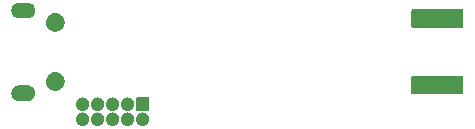
<source format=gbr>
%TF.GenerationSoftware,KiCad,Pcbnew,8.0.6*%
%TF.CreationDate,2024-12-29T16:51:47+05:30*%
%TF.ProjectId,STM32_RF,53544d33-325f-4524-962e-6b696361645f,rev?*%
%TF.SameCoordinates,Original*%
%TF.FileFunction,Soldermask,Bot*%
%TF.FilePolarity,Negative*%
%FSLAX46Y46*%
G04 Gerber Fmt 4.6, Leading zero omitted, Abs format (unit mm)*
G04 Created by KiCad (PCBNEW 8.0.6) date 2024-12-29 16:51:47*
%MOMM*%
%LPD*%
G01*
G04 APERTURE LIST*
G04 APERTURE END LIST*
G36*
X160854333Y-79134520D02*
G01*
X160888662Y-79134520D01*
X160928020Y-79144220D01*
X160967527Y-79149422D01*
X160994570Y-79160624D01*
X161021993Y-79167383D01*
X161063573Y-79189206D01*
X161105000Y-79206366D01*
X161123900Y-79220868D01*
X161143587Y-79231201D01*
X161183832Y-79266856D01*
X161223051Y-79296949D01*
X161234198Y-79311476D01*
X161246377Y-79322266D01*
X161281308Y-79372872D01*
X161313634Y-79415000D01*
X161318505Y-79426760D01*
X161324384Y-79435277D01*
X161349880Y-79502505D01*
X161370578Y-79552473D01*
X161371507Y-79559529D01*
X161373081Y-79563680D01*
X161385277Y-79664126D01*
X161390000Y-79700000D01*
X161385276Y-79735876D01*
X161373081Y-79836319D01*
X161371507Y-79840468D01*
X161370578Y-79847527D01*
X161349876Y-79897505D01*
X161324384Y-79964722D01*
X161318506Y-79973236D01*
X161313634Y-79985000D01*
X161281301Y-80027136D01*
X161246377Y-80077733D01*
X161234200Y-80088520D01*
X161223051Y-80103051D01*
X161183824Y-80133150D01*
X161143587Y-80168798D01*
X161123904Y-80179128D01*
X161105000Y-80193634D01*
X161063564Y-80210797D01*
X161021993Y-80232616D01*
X160994575Y-80239373D01*
X160967527Y-80250578D01*
X160928017Y-80255779D01*
X160888662Y-80265480D01*
X160854333Y-80265480D01*
X160820000Y-80270000D01*
X160785667Y-80265480D01*
X160751338Y-80265480D01*
X160711981Y-80255779D01*
X160672473Y-80250578D01*
X160645425Y-80239374D01*
X160618006Y-80232616D01*
X160576430Y-80210795D01*
X160535000Y-80193634D01*
X160516097Y-80179130D01*
X160496412Y-80168798D01*
X160456168Y-80133144D01*
X160416949Y-80103051D01*
X160405801Y-80088523D01*
X160393622Y-80077733D01*
X160358688Y-80027123D01*
X160326366Y-79985000D01*
X160321494Y-79973240D01*
X160315615Y-79964722D01*
X160290112Y-79897476D01*
X160269422Y-79847527D01*
X160268493Y-79840472D01*
X160266918Y-79836319D01*
X160254710Y-79735779D01*
X160250000Y-79700000D01*
X160254709Y-79664223D01*
X160266918Y-79563680D01*
X160268493Y-79559525D01*
X160269422Y-79552473D01*
X160290107Y-79502534D01*
X160315615Y-79435277D01*
X160321496Y-79426756D01*
X160326366Y-79415000D01*
X160358681Y-79372885D01*
X160393622Y-79322266D01*
X160405803Y-79311473D01*
X160416949Y-79296949D01*
X160456159Y-79266861D01*
X160496412Y-79231201D01*
X160516102Y-79220866D01*
X160535000Y-79206366D01*
X160576421Y-79189208D01*
X160618006Y-79167383D01*
X160645430Y-79160623D01*
X160672473Y-79149422D01*
X160711978Y-79144221D01*
X160751338Y-79134520D01*
X160785667Y-79134520D01*
X160820000Y-79130000D01*
X160854333Y-79134520D01*
G37*
G36*
X162124333Y-79134520D02*
G01*
X162158662Y-79134520D01*
X162198020Y-79144220D01*
X162237527Y-79149422D01*
X162264570Y-79160624D01*
X162291993Y-79167383D01*
X162333573Y-79189206D01*
X162375000Y-79206366D01*
X162393900Y-79220868D01*
X162413587Y-79231201D01*
X162453832Y-79266856D01*
X162493051Y-79296949D01*
X162504198Y-79311476D01*
X162516377Y-79322266D01*
X162551308Y-79372872D01*
X162583634Y-79415000D01*
X162588505Y-79426760D01*
X162594384Y-79435277D01*
X162619880Y-79502505D01*
X162640578Y-79552473D01*
X162641507Y-79559529D01*
X162643081Y-79563680D01*
X162655277Y-79664126D01*
X162660000Y-79700000D01*
X162655276Y-79735876D01*
X162643081Y-79836319D01*
X162641507Y-79840468D01*
X162640578Y-79847527D01*
X162619876Y-79897505D01*
X162594384Y-79964722D01*
X162588506Y-79973236D01*
X162583634Y-79985000D01*
X162551301Y-80027136D01*
X162516377Y-80077733D01*
X162504200Y-80088520D01*
X162493051Y-80103051D01*
X162453824Y-80133150D01*
X162413587Y-80168798D01*
X162393904Y-80179128D01*
X162375000Y-80193634D01*
X162333564Y-80210797D01*
X162291993Y-80232616D01*
X162264575Y-80239373D01*
X162237527Y-80250578D01*
X162198017Y-80255779D01*
X162158662Y-80265480D01*
X162124333Y-80265480D01*
X162090000Y-80270000D01*
X162055667Y-80265480D01*
X162021338Y-80265480D01*
X161981981Y-80255779D01*
X161942473Y-80250578D01*
X161915425Y-80239374D01*
X161888006Y-80232616D01*
X161846430Y-80210795D01*
X161805000Y-80193634D01*
X161786097Y-80179130D01*
X161766412Y-80168798D01*
X161726168Y-80133144D01*
X161686949Y-80103051D01*
X161675801Y-80088523D01*
X161663622Y-80077733D01*
X161628688Y-80027123D01*
X161596366Y-79985000D01*
X161591494Y-79973240D01*
X161585615Y-79964722D01*
X161560112Y-79897476D01*
X161539422Y-79847527D01*
X161538493Y-79840472D01*
X161536918Y-79836319D01*
X161524710Y-79735779D01*
X161520000Y-79700000D01*
X161524709Y-79664223D01*
X161536918Y-79563680D01*
X161538493Y-79559525D01*
X161539422Y-79552473D01*
X161560107Y-79502534D01*
X161585615Y-79435277D01*
X161591496Y-79426756D01*
X161596366Y-79415000D01*
X161628681Y-79372885D01*
X161663622Y-79322266D01*
X161675803Y-79311473D01*
X161686949Y-79296949D01*
X161726159Y-79266861D01*
X161766412Y-79231201D01*
X161786102Y-79220866D01*
X161805000Y-79206366D01*
X161846421Y-79189208D01*
X161888006Y-79167383D01*
X161915430Y-79160623D01*
X161942473Y-79149422D01*
X161981978Y-79144221D01*
X162021338Y-79134520D01*
X162055667Y-79134520D01*
X162090000Y-79130000D01*
X162124333Y-79134520D01*
G37*
G36*
X163394333Y-79134520D02*
G01*
X163428662Y-79134520D01*
X163468020Y-79144220D01*
X163507527Y-79149422D01*
X163534570Y-79160624D01*
X163561993Y-79167383D01*
X163603573Y-79189206D01*
X163645000Y-79206366D01*
X163663900Y-79220868D01*
X163683587Y-79231201D01*
X163723832Y-79266856D01*
X163763051Y-79296949D01*
X163774198Y-79311476D01*
X163786377Y-79322266D01*
X163821308Y-79372872D01*
X163853634Y-79415000D01*
X163858505Y-79426760D01*
X163864384Y-79435277D01*
X163889880Y-79502505D01*
X163910578Y-79552473D01*
X163911507Y-79559529D01*
X163913081Y-79563680D01*
X163925277Y-79664126D01*
X163930000Y-79700000D01*
X163925276Y-79735876D01*
X163913081Y-79836319D01*
X163911507Y-79840468D01*
X163910578Y-79847527D01*
X163889876Y-79897505D01*
X163864384Y-79964722D01*
X163858506Y-79973236D01*
X163853634Y-79985000D01*
X163821301Y-80027136D01*
X163786377Y-80077733D01*
X163774200Y-80088520D01*
X163763051Y-80103051D01*
X163723824Y-80133150D01*
X163683587Y-80168798D01*
X163663904Y-80179128D01*
X163645000Y-80193634D01*
X163603564Y-80210797D01*
X163561993Y-80232616D01*
X163534575Y-80239373D01*
X163507527Y-80250578D01*
X163468017Y-80255779D01*
X163428662Y-80265480D01*
X163394333Y-80265480D01*
X163360000Y-80270000D01*
X163325667Y-80265480D01*
X163291338Y-80265480D01*
X163251981Y-80255779D01*
X163212473Y-80250578D01*
X163185425Y-80239374D01*
X163158006Y-80232616D01*
X163116430Y-80210795D01*
X163075000Y-80193634D01*
X163056097Y-80179130D01*
X163036412Y-80168798D01*
X162996168Y-80133144D01*
X162956949Y-80103051D01*
X162945801Y-80088523D01*
X162933622Y-80077733D01*
X162898688Y-80027123D01*
X162866366Y-79985000D01*
X162861494Y-79973240D01*
X162855615Y-79964722D01*
X162830112Y-79897476D01*
X162809422Y-79847527D01*
X162808493Y-79840472D01*
X162806918Y-79836319D01*
X162794710Y-79735779D01*
X162790000Y-79700000D01*
X162794709Y-79664223D01*
X162806918Y-79563680D01*
X162808493Y-79559525D01*
X162809422Y-79552473D01*
X162830107Y-79502534D01*
X162855615Y-79435277D01*
X162861496Y-79426756D01*
X162866366Y-79415000D01*
X162898681Y-79372885D01*
X162933622Y-79322266D01*
X162945803Y-79311473D01*
X162956949Y-79296949D01*
X162996159Y-79266861D01*
X163036412Y-79231201D01*
X163056102Y-79220866D01*
X163075000Y-79206366D01*
X163116421Y-79189208D01*
X163158006Y-79167383D01*
X163185430Y-79160623D01*
X163212473Y-79149422D01*
X163251978Y-79144221D01*
X163291338Y-79134520D01*
X163325667Y-79134520D01*
X163360000Y-79130000D01*
X163394333Y-79134520D01*
G37*
G36*
X164664333Y-79134520D02*
G01*
X164698662Y-79134520D01*
X164738020Y-79144220D01*
X164777527Y-79149422D01*
X164804570Y-79160624D01*
X164831993Y-79167383D01*
X164873573Y-79189206D01*
X164915000Y-79206366D01*
X164933900Y-79220868D01*
X164953587Y-79231201D01*
X164993832Y-79266856D01*
X165033051Y-79296949D01*
X165044198Y-79311476D01*
X165056377Y-79322266D01*
X165091308Y-79372872D01*
X165123634Y-79415000D01*
X165128505Y-79426760D01*
X165134384Y-79435277D01*
X165159880Y-79502505D01*
X165180578Y-79552473D01*
X165181507Y-79559529D01*
X165183081Y-79563680D01*
X165195277Y-79664126D01*
X165200000Y-79700000D01*
X165195276Y-79735876D01*
X165183081Y-79836319D01*
X165181507Y-79840468D01*
X165180578Y-79847527D01*
X165159876Y-79897505D01*
X165134384Y-79964722D01*
X165128506Y-79973236D01*
X165123634Y-79985000D01*
X165091301Y-80027136D01*
X165056377Y-80077733D01*
X165044200Y-80088520D01*
X165033051Y-80103051D01*
X164993824Y-80133150D01*
X164953587Y-80168798D01*
X164933904Y-80179128D01*
X164915000Y-80193634D01*
X164873564Y-80210797D01*
X164831993Y-80232616D01*
X164804575Y-80239373D01*
X164777527Y-80250578D01*
X164738017Y-80255779D01*
X164698662Y-80265480D01*
X164664333Y-80265480D01*
X164630000Y-80270000D01*
X164595667Y-80265480D01*
X164561338Y-80265480D01*
X164521981Y-80255779D01*
X164482473Y-80250578D01*
X164455425Y-80239374D01*
X164428006Y-80232616D01*
X164386430Y-80210795D01*
X164345000Y-80193634D01*
X164326097Y-80179130D01*
X164306412Y-80168798D01*
X164266168Y-80133144D01*
X164226949Y-80103051D01*
X164215801Y-80088523D01*
X164203622Y-80077733D01*
X164168688Y-80027123D01*
X164136366Y-79985000D01*
X164131494Y-79973240D01*
X164125615Y-79964722D01*
X164100112Y-79897476D01*
X164079422Y-79847527D01*
X164078493Y-79840472D01*
X164076918Y-79836319D01*
X164064710Y-79735779D01*
X164060000Y-79700000D01*
X164064709Y-79664223D01*
X164076918Y-79563680D01*
X164078493Y-79559525D01*
X164079422Y-79552473D01*
X164100107Y-79502534D01*
X164125615Y-79435277D01*
X164131496Y-79426756D01*
X164136366Y-79415000D01*
X164168681Y-79372885D01*
X164203622Y-79322266D01*
X164215803Y-79311473D01*
X164226949Y-79296949D01*
X164266159Y-79266861D01*
X164306412Y-79231201D01*
X164326102Y-79220866D01*
X164345000Y-79206366D01*
X164386421Y-79189208D01*
X164428006Y-79167383D01*
X164455430Y-79160623D01*
X164482473Y-79149422D01*
X164521978Y-79144221D01*
X164561338Y-79134520D01*
X164595667Y-79134520D01*
X164630000Y-79130000D01*
X164664333Y-79134520D01*
G37*
G36*
X165934333Y-79134520D02*
G01*
X165968662Y-79134520D01*
X166008020Y-79144220D01*
X166047527Y-79149422D01*
X166074570Y-79160624D01*
X166101993Y-79167383D01*
X166143573Y-79189206D01*
X166185000Y-79206366D01*
X166203900Y-79220868D01*
X166223587Y-79231201D01*
X166263832Y-79266856D01*
X166303051Y-79296949D01*
X166314198Y-79311476D01*
X166326377Y-79322266D01*
X166361308Y-79372872D01*
X166393634Y-79415000D01*
X166398505Y-79426760D01*
X166404384Y-79435277D01*
X166429880Y-79502505D01*
X166450578Y-79552473D01*
X166451507Y-79559529D01*
X166453081Y-79563680D01*
X166465277Y-79664126D01*
X166470000Y-79700000D01*
X166465276Y-79735876D01*
X166453081Y-79836319D01*
X166451507Y-79840468D01*
X166450578Y-79847527D01*
X166429876Y-79897505D01*
X166404384Y-79964722D01*
X166398506Y-79973236D01*
X166393634Y-79985000D01*
X166361301Y-80027136D01*
X166326377Y-80077733D01*
X166314200Y-80088520D01*
X166303051Y-80103051D01*
X166263824Y-80133150D01*
X166223587Y-80168798D01*
X166203904Y-80179128D01*
X166185000Y-80193634D01*
X166143564Y-80210797D01*
X166101993Y-80232616D01*
X166074575Y-80239373D01*
X166047527Y-80250578D01*
X166008017Y-80255779D01*
X165968662Y-80265480D01*
X165934333Y-80265480D01*
X165900000Y-80270000D01*
X165865667Y-80265480D01*
X165831338Y-80265480D01*
X165791981Y-80255779D01*
X165752473Y-80250578D01*
X165725425Y-80239374D01*
X165698006Y-80232616D01*
X165656430Y-80210795D01*
X165615000Y-80193634D01*
X165596097Y-80179130D01*
X165576412Y-80168798D01*
X165536168Y-80133144D01*
X165496949Y-80103051D01*
X165485801Y-80088523D01*
X165473622Y-80077733D01*
X165438688Y-80027123D01*
X165406366Y-79985000D01*
X165401494Y-79973240D01*
X165395615Y-79964722D01*
X165370112Y-79897476D01*
X165349422Y-79847527D01*
X165348493Y-79840472D01*
X165346918Y-79836319D01*
X165334710Y-79735779D01*
X165330000Y-79700000D01*
X165334709Y-79664223D01*
X165346918Y-79563680D01*
X165348493Y-79559525D01*
X165349422Y-79552473D01*
X165370107Y-79502534D01*
X165395615Y-79435277D01*
X165401496Y-79426756D01*
X165406366Y-79415000D01*
X165438681Y-79372885D01*
X165473622Y-79322266D01*
X165485803Y-79311473D01*
X165496949Y-79296949D01*
X165536159Y-79266861D01*
X165576412Y-79231201D01*
X165596102Y-79220866D01*
X165615000Y-79206366D01*
X165656421Y-79189208D01*
X165698006Y-79167383D01*
X165725430Y-79160623D01*
X165752473Y-79149422D01*
X165791978Y-79144221D01*
X165831338Y-79134520D01*
X165865667Y-79134520D01*
X165900000Y-79130000D01*
X165934333Y-79134520D01*
G37*
G36*
X160854333Y-77864520D02*
G01*
X160888662Y-77864520D01*
X160928020Y-77874220D01*
X160967527Y-77879422D01*
X160994570Y-77890624D01*
X161021993Y-77897383D01*
X161063573Y-77919206D01*
X161105000Y-77936366D01*
X161123900Y-77950868D01*
X161143587Y-77961201D01*
X161183832Y-77996856D01*
X161223051Y-78026949D01*
X161234198Y-78041476D01*
X161246377Y-78052266D01*
X161281308Y-78102872D01*
X161313634Y-78145000D01*
X161318505Y-78156760D01*
X161324384Y-78165277D01*
X161349880Y-78232505D01*
X161370578Y-78282473D01*
X161371507Y-78289529D01*
X161373081Y-78293680D01*
X161385277Y-78394126D01*
X161390000Y-78430000D01*
X161385276Y-78465876D01*
X161373081Y-78566319D01*
X161371507Y-78570468D01*
X161370578Y-78577527D01*
X161349876Y-78627505D01*
X161324384Y-78694722D01*
X161318506Y-78703236D01*
X161313634Y-78715000D01*
X161281301Y-78757136D01*
X161246377Y-78807733D01*
X161234200Y-78818520D01*
X161223051Y-78833051D01*
X161183824Y-78863150D01*
X161143587Y-78898798D01*
X161123904Y-78909128D01*
X161105000Y-78923634D01*
X161063564Y-78940797D01*
X161021993Y-78962616D01*
X160994575Y-78969373D01*
X160967527Y-78980578D01*
X160928017Y-78985779D01*
X160888662Y-78995480D01*
X160854333Y-78995480D01*
X160820000Y-79000000D01*
X160785667Y-78995480D01*
X160751338Y-78995480D01*
X160711981Y-78985779D01*
X160672473Y-78980578D01*
X160645425Y-78969374D01*
X160618006Y-78962616D01*
X160576430Y-78940795D01*
X160535000Y-78923634D01*
X160516097Y-78909130D01*
X160496412Y-78898798D01*
X160456168Y-78863144D01*
X160416949Y-78833051D01*
X160405801Y-78818523D01*
X160393622Y-78807733D01*
X160358688Y-78757123D01*
X160326366Y-78715000D01*
X160321494Y-78703240D01*
X160315615Y-78694722D01*
X160290112Y-78627476D01*
X160269422Y-78577527D01*
X160268493Y-78570472D01*
X160266918Y-78566319D01*
X160254710Y-78465779D01*
X160250000Y-78430000D01*
X160254709Y-78394223D01*
X160266918Y-78293680D01*
X160268493Y-78289525D01*
X160269422Y-78282473D01*
X160290107Y-78232534D01*
X160315615Y-78165277D01*
X160321496Y-78156756D01*
X160326366Y-78145000D01*
X160358681Y-78102885D01*
X160393622Y-78052266D01*
X160405803Y-78041473D01*
X160416949Y-78026949D01*
X160456159Y-77996861D01*
X160496412Y-77961201D01*
X160516102Y-77950866D01*
X160535000Y-77936366D01*
X160576421Y-77919208D01*
X160618006Y-77897383D01*
X160645430Y-77890623D01*
X160672473Y-77879422D01*
X160711978Y-77874221D01*
X160751338Y-77864520D01*
X160785667Y-77864520D01*
X160820000Y-77860000D01*
X160854333Y-77864520D01*
G37*
G36*
X162124333Y-77864520D02*
G01*
X162158662Y-77864520D01*
X162198020Y-77874220D01*
X162237527Y-77879422D01*
X162264570Y-77890624D01*
X162291993Y-77897383D01*
X162333573Y-77919206D01*
X162375000Y-77936366D01*
X162393900Y-77950868D01*
X162413587Y-77961201D01*
X162453832Y-77996856D01*
X162493051Y-78026949D01*
X162504198Y-78041476D01*
X162516377Y-78052266D01*
X162551308Y-78102872D01*
X162583634Y-78145000D01*
X162588505Y-78156760D01*
X162594384Y-78165277D01*
X162619880Y-78232505D01*
X162640578Y-78282473D01*
X162641507Y-78289529D01*
X162643081Y-78293680D01*
X162655277Y-78394126D01*
X162660000Y-78430000D01*
X162655276Y-78465876D01*
X162643081Y-78566319D01*
X162641507Y-78570468D01*
X162640578Y-78577527D01*
X162619876Y-78627505D01*
X162594384Y-78694722D01*
X162588506Y-78703236D01*
X162583634Y-78715000D01*
X162551301Y-78757136D01*
X162516377Y-78807733D01*
X162504200Y-78818520D01*
X162493051Y-78833051D01*
X162453824Y-78863150D01*
X162413587Y-78898798D01*
X162393904Y-78909128D01*
X162375000Y-78923634D01*
X162333564Y-78940797D01*
X162291993Y-78962616D01*
X162264575Y-78969373D01*
X162237527Y-78980578D01*
X162198017Y-78985779D01*
X162158662Y-78995480D01*
X162124333Y-78995480D01*
X162090000Y-79000000D01*
X162055667Y-78995480D01*
X162021338Y-78995480D01*
X161981981Y-78985779D01*
X161942473Y-78980578D01*
X161915425Y-78969374D01*
X161888006Y-78962616D01*
X161846430Y-78940795D01*
X161805000Y-78923634D01*
X161786097Y-78909130D01*
X161766412Y-78898798D01*
X161726168Y-78863144D01*
X161686949Y-78833051D01*
X161675801Y-78818523D01*
X161663622Y-78807733D01*
X161628688Y-78757123D01*
X161596366Y-78715000D01*
X161591494Y-78703240D01*
X161585615Y-78694722D01*
X161560112Y-78627476D01*
X161539422Y-78577527D01*
X161538493Y-78570472D01*
X161536918Y-78566319D01*
X161524710Y-78465779D01*
X161520000Y-78430000D01*
X161524709Y-78394223D01*
X161536918Y-78293680D01*
X161538493Y-78289525D01*
X161539422Y-78282473D01*
X161560107Y-78232534D01*
X161585615Y-78165277D01*
X161591496Y-78156756D01*
X161596366Y-78145000D01*
X161628681Y-78102885D01*
X161663622Y-78052266D01*
X161675803Y-78041473D01*
X161686949Y-78026949D01*
X161726159Y-77996861D01*
X161766412Y-77961201D01*
X161786102Y-77950866D01*
X161805000Y-77936366D01*
X161846421Y-77919208D01*
X161888006Y-77897383D01*
X161915430Y-77890623D01*
X161942473Y-77879422D01*
X161981978Y-77874221D01*
X162021338Y-77864520D01*
X162055667Y-77864520D01*
X162090000Y-77860000D01*
X162124333Y-77864520D01*
G37*
G36*
X163394333Y-77864520D02*
G01*
X163428662Y-77864520D01*
X163468020Y-77874220D01*
X163507527Y-77879422D01*
X163534570Y-77890624D01*
X163561993Y-77897383D01*
X163603573Y-77919206D01*
X163645000Y-77936366D01*
X163663900Y-77950868D01*
X163683587Y-77961201D01*
X163723832Y-77996856D01*
X163763051Y-78026949D01*
X163774198Y-78041476D01*
X163786377Y-78052266D01*
X163821308Y-78102872D01*
X163853634Y-78145000D01*
X163858505Y-78156760D01*
X163864384Y-78165277D01*
X163889880Y-78232505D01*
X163910578Y-78282473D01*
X163911507Y-78289529D01*
X163913081Y-78293680D01*
X163925277Y-78394126D01*
X163930000Y-78430000D01*
X163925276Y-78465876D01*
X163913081Y-78566319D01*
X163911507Y-78570468D01*
X163910578Y-78577527D01*
X163889876Y-78627505D01*
X163864384Y-78694722D01*
X163858506Y-78703236D01*
X163853634Y-78715000D01*
X163821301Y-78757136D01*
X163786377Y-78807733D01*
X163774200Y-78818520D01*
X163763051Y-78833051D01*
X163723824Y-78863150D01*
X163683587Y-78898798D01*
X163663904Y-78909128D01*
X163645000Y-78923634D01*
X163603564Y-78940797D01*
X163561993Y-78962616D01*
X163534575Y-78969373D01*
X163507527Y-78980578D01*
X163468017Y-78985779D01*
X163428662Y-78995480D01*
X163394333Y-78995480D01*
X163360000Y-79000000D01*
X163325667Y-78995480D01*
X163291338Y-78995480D01*
X163251981Y-78985779D01*
X163212473Y-78980578D01*
X163185425Y-78969374D01*
X163158006Y-78962616D01*
X163116430Y-78940795D01*
X163075000Y-78923634D01*
X163056097Y-78909130D01*
X163036412Y-78898798D01*
X162996168Y-78863144D01*
X162956949Y-78833051D01*
X162945801Y-78818523D01*
X162933622Y-78807733D01*
X162898688Y-78757123D01*
X162866366Y-78715000D01*
X162861494Y-78703240D01*
X162855615Y-78694722D01*
X162830112Y-78627476D01*
X162809422Y-78577527D01*
X162808493Y-78570472D01*
X162806918Y-78566319D01*
X162794710Y-78465779D01*
X162790000Y-78430000D01*
X162794709Y-78394223D01*
X162806918Y-78293680D01*
X162808493Y-78289525D01*
X162809422Y-78282473D01*
X162830107Y-78232534D01*
X162855615Y-78165277D01*
X162861496Y-78156756D01*
X162866366Y-78145000D01*
X162898681Y-78102885D01*
X162933622Y-78052266D01*
X162945803Y-78041473D01*
X162956949Y-78026949D01*
X162996159Y-77996861D01*
X163036412Y-77961201D01*
X163056102Y-77950866D01*
X163075000Y-77936366D01*
X163116421Y-77919208D01*
X163158006Y-77897383D01*
X163185430Y-77890623D01*
X163212473Y-77879422D01*
X163251978Y-77874221D01*
X163291338Y-77864520D01*
X163325667Y-77864520D01*
X163360000Y-77860000D01*
X163394333Y-77864520D01*
G37*
G36*
X164664333Y-77864520D02*
G01*
X164698662Y-77864520D01*
X164738020Y-77874220D01*
X164777527Y-77879422D01*
X164804570Y-77890624D01*
X164831993Y-77897383D01*
X164873573Y-77919206D01*
X164915000Y-77936366D01*
X164933900Y-77950868D01*
X164953587Y-77961201D01*
X164993832Y-77996856D01*
X165033051Y-78026949D01*
X165044198Y-78041476D01*
X165056377Y-78052266D01*
X165091308Y-78102872D01*
X165123634Y-78145000D01*
X165128505Y-78156760D01*
X165134384Y-78165277D01*
X165159880Y-78232505D01*
X165180578Y-78282473D01*
X165181507Y-78289529D01*
X165183081Y-78293680D01*
X165195277Y-78394126D01*
X165200000Y-78430000D01*
X165195276Y-78465876D01*
X165183081Y-78566319D01*
X165181507Y-78570468D01*
X165180578Y-78577527D01*
X165159876Y-78627505D01*
X165134384Y-78694722D01*
X165128506Y-78703236D01*
X165123634Y-78715000D01*
X165091301Y-78757136D01*
X165056377Y-78807733D01*
X165044200Y-78818520D01*
X165033051Y-78833051D01*
X164993824Y-78863150D01*
X164953587Y-78898798D01*
X164933904Y-78909128D01*
X164915000Y-78923634D01*
X164873564Y-78940797D01*
X164831993Y-78962616D01*
X164804575Y-78969373D01*
X164777527Y-78980578D01*
X164738017Y-78985779D01*
X164698662Y-78995480D01*
X164664333Y-78995480D01*
X164630000Y-79000000D01*
X164595667Y-78995480D01*
X164561338Y-78995480D01*
X164521981Y-78985779D01*
X164482473Y-78980578D01*
X164455425Y-78969374D01*
X164428006Y-78962616D01*
X164386430Y-78940795D01*
X164345000Y-78923634D01*
X164326097Y-78909130D01*
X164306412Y-78898798D01*
X164266168Y-78863144D01*
X164226949Y-78833051D01*
X164215801Y-78818523D01*
X164203622Y-78807733D01*
X164168688Y-78757123D01*
X164136366Y-78715000D01*
X164131494Y-78703240D01*
X164125615Y-78694722D01*
X164100112Y-78627476D01*
X164079422Y-78577527D01*
X164078493Y-78570472D01*
X164076918Y-78566319D01*
X164064710Y-78465779D01*
X164060000Y-78430000D01*
X164064709Y-78394223D01*
X164076918Y-78293680D01*
X164078493Y-78289525D01*
X164079422Y-78282473D01*
X164100107Y-78232534D01*
X164125615Y-78165277D01*
X164131496Y-78156756D01*
X164136366Y-78145000D01*
X164168681Y-78102885D01*
X164203622Y-78052266D01*
X164215803Y-78041473D01*
X164226949Y-78026949D01*
X164266159Y-77996861D01*
X164306412Y-77961201D01*
X164326102Y-77950866D01*
X164345000Y-77936366D01*
X164386421Y-77919208D01*
X164428006Y-77897383D01*
X164455430Y-77890623D01*
X164482473Y-77879422D01*
X164521978Y-77874221D01*
X164561338Y-77864520D01*
X164595667Y-77864520D01*
X164630000Y-77860000D01*
X164664333Y-77864520D01*
G37*
G36*
X166426788Y-77865328D02*
G01*
X166449497Y-77880503D01*
X166464672Y-77903212D01*
X166470000Y-77930000D01*
X166470000Y-78930000D01*
X166464672Y-78956788D01*
X166449497Y-78979497D01*
X166426788Y-78994672D01*
X166400000Y-79000000D01*
X165400000Y-79000000D01*
X165373212Y-78994672D01*
X165350503Y-78979497D01*
X165335328Y-78956788D01*
X165330000Y-78930000D01*
X165330000Y-77930000D01*
X165335328Y-77903212D01*
X165350503Y-77880503D01*
X165373212Y-77865328D01*
X165400000Y-77860000D01*
X166400000Y-77860000D01*
X166426788Y-77865328D01*
G37*
G36*
X156215671Y-76833226D02*
G01*
X156344491Y-76858850D01*
X156465836Y-76909113D01*
X156575044Y-76982083D01*
X156667917Y-77074956D01*
X156740887Y-77184164D01*
X156791150Y-77305509D01*
X156816774Y-77434329D01*
X156816774Y-77565671D01*
X156791150Y-77694491D01*
X156740887Y-77815836D01*
X156667917Y-77925044D01*
X156575044Y-78017917D01*
X156465836Y-78090887D01*
X156344491Y-78141150D01*
X156215671Y-78166774D01*
X156150000Y-78170000D01*
X156148768Y-78170000D01*
X155451232Y-78170000D01*
X155450000Y-78170000D01*
X155384329Y-78166774D01*
X155255509Y-78141150D01*
X155134164Y-78090887D01*
X155024956Y-78017917D01*
X154932083Y-77925044D01*
X154859113Y-77815836D01*
X154808850Y-77694491D01*
X154783226Y-77565671D01*
X154783226Y-77434329D01*
X154808850Y-77305509D01*
X154859113Y-77184164D01*
X154932083Y-77074956D01*
X155024956Y-76982083D01*
X155134164Y-76909113D01*
X155255509Y-76858850D01*
X155384329Y-76833226D01*
X155450000Y-76830000D01*
X156150000Y-76830000D01*
X156215671Y-76833226D01*
G37*
G36*
X193001534Y-76055764D02*
G01*
X193034625Y-76077875D01*
X193056736Y-76110966D01*
X193064500Y-76150000D01*
X193064500Y-77500000D01*
X193056736Y-77539034D01*
X193034625Y-77572125D01*
X193001534Y-77594236D01*
X192962500Y-77602000D01*
X188762500Y-77602000D01*
X188723466Y-77594236D01*
X188690375Y-77572125D01*
X188668264Y-77539034D01*
X188660500Y-77500000D01*
X188660500Y-76150000D01*
X188668264Y-76110966D01*
X188690375Y-76077875D01*
X188723466Y-76055764D01*
X188762500Y-76048000D01*
X192962500Y-76048000D01*
X193001534Y-76055764D01*
G37*
G36*
X158541084Y-75709629D02*
G01*
X158583073Y-75709629D01*
X158630438Y-75719696D01*
X158676904Y-75724932D01*
X158710690Y-75736754D01*
X158745583Y-75744171D01*
X158795872Y-75766560D01*
X158844938Y-75783730D01*
X158870475Y-75799776D01*
X158897360Y-75811746D01*
X158947492Y-75848169D01*
X158995674Y-75878444D01*
X159012976Y-75895746D01*
X159031773Y-75909403D01*
X159078243Y-75961013D01*
X159121556Y-76004326D01*
X159131518Y-76020181D01*
X159142949Y-76032876D01*
X159182048Y-76100598D01*
X159216270Y-76155062D01*
X159220543Y-76167275D01*
X159226015Y-76176752D01*
X159254030Y-76262975D01*
X159275068Y-76323096D01*
X159275865Y-76330176D01*
X159277358Y-76334769D01*
X159290892Y-76463539D01*
X159295000Y-76500000D01*
X159290891Y-76536463D01*
X159277358Y-76665230D01*
X159275865Y-76669822D01*
X159275068Y-76676904D01*
X159254026Y-76737037D01*
X159226015Y-76823247D01*
X159220544Y-76832722D01*
X159216270Y-76844938D01*
X159182041Y-76899412D01*
X159142949Y-76967123D01*
X159131520Y-76979815D01*
X159121556Y-76995674D01*
X159078234Y-77038995D01*
X159031773Y-77090596D01*
X159012980Y-77104249D01*
X158995674Y-77121556D01*
X158947482Y-77151837D01*
X158897360Y-77188253D01*
X158870481Y-77200220D01*
X158844938Y-77216270D01*
X158795861Y-77233442D01*
X158745583Y-77255828D01*
X158710696Y-77263243D01*
X158676904Y-77275068D01*
X158630435Y-77280303D01*
X158583073Y-77290371D01*
X158541084Y-77290371D01*
X158500000Y-77295000D01*
X158458916Y-77290371D01*
X158416927Y-77290371D01*
X158369563Y-77280303D01*
X158323096Y-77275068D01*
X158289304Y-77263243D01*
X158254416Y-77255828D01*
X158204133Y-77233441D01*
X158155062Y-77216270D01*
X158129521Y-77200221D01*
X158102639Y-77188253D01*
X158052510Y-77151832D01*
X158004326Y-77121556D01*
X157987022Y-77104252D01*
X157968226Y-77090596D01*
X157921755Y-77038985D01*
X157878444Y-76995674D01*
X157868481Y-76979819D01*
X157857050Y-76967123D01*
X157817946Y-76899393D01*
X157783730Y-76844938D01*
X157779457Y-76832726D01*
X157773984Y-76823247D01*
X157745959Y-76736997D01*
X157724932Y-76676904D01*
X157724134Y-76669826D01*
X157722641Y-76665230D01*
X157709093Y-76536330D01*
X157705000Y-76500000D01*
X157709093Y-76463672D01*
X157722641Y-76334769D01*
X157724134Y-76330171D01*
X157724932Y-76323096D01*
X157745955Y-76263015D01*
X157773984Y-76176752D01*
X157779457Y-76167270D01*
X157783730Y-76155062D01*
X157817939Y-76100618D01*
X157857050Y-76032876D01*
X157868483Y-76020177D01*
X157878444Y-76004326D01*
X157921746Y-75961023D01*
X157968226Y-75909403D01*
X157987025Y-75895744D01*
X158004326Y-75878444D01*
X158052504Y-75848171D01*
X158102640Y-75811746D01*
X158129524Y-75799776D01*
X158155062Y-75783730D01*
X158204124Y-75766562D01*
X158254416Y-75744171D01*
X158289310Y-75736754D01*
X158323096Y-75724932D01*
X158369560Y-75719696D01*
X158416927Y-75709629D01*
X158458916Y-75709629D01*
X158500000Y-75705000D01*
X158541084Y-75709629D01*
G37*
G36*
X158541084Y-70709629D02*
G01*
X158583073Y-70709629D01*
X158630438Y-70719696D01*
X158676904Y-70724932D01*
X158710690Y-70736754D01*
X158745583Y-70744171D01*
X158795872Y-70766560D01*
X158844938Y-70783730D01*
X158870475Y-70799776D01*
X158897360Y-70811746D01*
X158947492Y-70848169D01*
X158995674Y-70878444D01*
X159012976Y-70895746D01*
X159031773Y-70909403D01*
X159078243Y-70961013D01*
X159121556Y-71004326D01*
X159131518Y-71020181D01*
X159142949Y-71032876D01*
X159182048Y-71100598D01*
X159216270Y-71155062D01*
X159220543Y-71167275D01*
X159226015Y-71176752D01*
X159254030Y-71262975D01*
X159275068Y-71323096D01*
X159275865Y-71330176D01*
X159277358Y-71334769D01*
X159290892Y-71463539D01*
X159295000Y-71500000D01*
X159290891Y-71536463D01*
X159277358Y-71665230D01*
X159275865Y-71669822D01*
X159275068Y-71676904D01*
X159254026Y-71737037D01*
X159226015Y-71823247D01*
X159220544Y-71832722D01*
X159216270Y-71844938D01*
X159182041Y-71899412D01*
X159142949Y-71967123D01*
X159131520Y-71979815D01*
X159121556Y-71995674D01*
X159078234Y-72038995D01*
X159031773Y-72090596D01*
X159012980Y-72104249D01*
X158995674Y-72121556D01*
X158947482Y-72151837D01*
X158897360Y-72188253D01*
X158870481Y-72200220D01*
X158844938Y-72216270D01*
X158795861Y-72233442D01*
X158745583Y-72255828D01*
X158710696Y-72263243D01*
X158676904Y-72275068D01*
X158630435Y-72280303D01*
X158583073Y-72290371D01*
X158541084Y-72290371D01*
X158500000Y-72295000D01*
X158458916Y-72290371D01*
X158416927Y-72290371D01*
X158369563Y-72280303D01*
X158323096Y-72275068D01*
X158289304Y-72263243D01*
X158254416Y-72255828D01*
X158204133Y-72233441D01*
X158155062Y-72216270D01*
X158129521Y-72200221D01*
X158102639Y-72188253D01*
X158052510Y-72151832D01*
X158004326Y-72121556D01*
X157987022Y-72104252D01*
X157968226Y-72090596D01*
X157921755Y-72038985D01*
X157878444Y-71995674D01*
X157868481Y-71979819D01*
X157857050Y-71967123D01*
X157817946Y-71899393D01*
X157783730Y-71844938D01*
X157779457Y-71832726D01*
X157773984Y-71823247D01*
X157745959Y-71736997D01*
X157724932Y-71676904D01*
X157724134Y-71669826D01*
X157722641Y-71665230D01*
X157709093Y-71536330D01*
X157705000Y-71500000D01*
X157709093Y-71463672D01*
X157722641Y-71334769D01*
X157724134Y-71330171D01*
X157724932Y-71323096D01*
X157745955Y-71263015D01*
X157773984Y-71176752D01*
X157779457Y-71167270D01*
X157783730Y-71155062D01*
X157817939Y-71100618D01*
X157857050Y-71032876D01*
X157868483Y-71020177D01*
X157878444Y-71004326D01*
X157921746Y-70961023D01*
X157968226Y-70909403D01*
X157987025Y-70895744D01*
X158004326Y-70878444D01*
X158052504Y-70848171D01*
X158102640Y-70811746D01*
X158129524Y-70799776D01*
X158155062Y-70783730D01*
X158204124Y-70766562D01*
X158254416Y-70744171D01*
X158289310Y-70736754D01*
X158323096Y-70724932D01*
X158369560Y-70719696D01*
X158416927Y-70709629D01*
X158458916Y-70709629D01*
X158500000Y-70705000D01*
X158541084Y-70709629D01*
G37*
G36*
X193001534Y-70405764D02*
G01*
X193034625Y-70427875D01*
X193056736Y-70460966D01*
X193064500Y-70500000D01*
X193064500Y-71850000D01*
X193056736Y-71889034D01*
X193034625Y-71922125D01*
X193001534Y-71944236D01*
X192962500Y-71952000D01*
X188762500Y-71952000D01*
X188723466Y-71944236D01*
X188690375Y-71922125D01*
X188668264Y-71889034D01*
X188660500Y-71850000D01*
X188660500Y-70500000D01*
X188668264Y-70460966D01*
X188690375Y-70427875D01*
X188723466Y-70405764D01*
X188762500Y-70398000D01*
X192962500Y-70398000D01*
X193001534Y-70405764D01*
G37*
G36*
X156215671Y-69833226D02*
G01*
X156344491Y-69858850D01*
X156465836Y-69909113D01*
X156575044Y-69982083D01*
X156667917Y-70074956D01*
X156740887Y-70184164D01*
X156791150Y-70305509D01*
X156816774Y-70434329D01*
X156816774Y-70565671D01*
X156791150Y-70694491D01*
X156740887Y-70815836D01*
X156667917Y-70925044D01*
X156575044Y-71017917D01*
X156465836Y-71090887D01*
X156344491Y-71141150D01*
X156215671Y-71166774D01*
X156150000Y-71170000D01*
X156148768Y-71170000D01*
X155451232Y-71170000D01*
X155450000Y-71170000D01*
X155384329Y-71166774D01*
X155255509Y-71141150D01*
X155134164Y-71090887D01*
X155024956Y-71017917D01*
X154932083Y-70925044D01*
X154859113Y-70815836D01*
X154808850Y-70694491D01*
X154783226Y-70565671D01*
X154783226Y-70434329D01*
X154808850Y-70305509D01*
X154859113Y-70184164D01*
X154932083Y-70074956D01*
X155024956Y-69982083D01*
X155134164Y-69909113D01*
X155255509Y-69858850D01*
X155384329Y-69833226D01*
X155450000Y-69830000D01*
X156150000Y-69830000D01*
X156215671Y-69833226D01*
G37*
M02*

</source>
